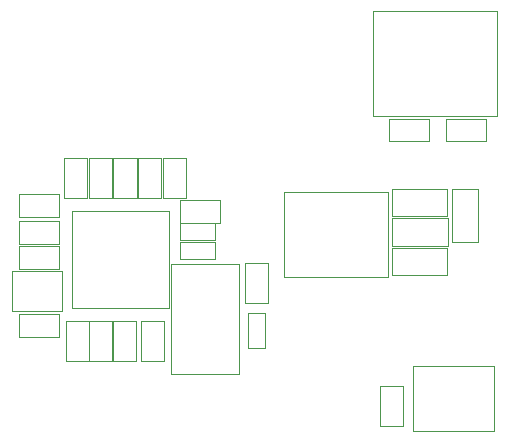
<source format=gbr>
%TF.GenerationSoftware,KiCad,Pcbnew,(6.0.7)*%
%TF.CreationDate,2022-09-06T16:20:22+10:00*%
%TF.ProjectId,SolderingInduction,536f6c64-6572-4696-9e67-496e64756374,3.0.0*%
%TF.SameCoordinates,PX7735940PY47868c0*%
%TF.FileFunction,Other,User*%
%FSLAX46Y46*%
G04 Gerber Fmt 4.6, Leading zero omitted, Abs format (unit mm)*
G04 Created by KiCad (PCBNEW (6.0.7)) date 2022-09-06 16:20:22*
%MOMM*%
%LPD*%
G01*
G04 APERTURE LIST*
%ADD10C,0.050000*%
G04 APERTURE END LIST*
D10*
%TO.C,C7*%
X10520000Y-300000D02*
X10520000Y-3700000D01*
X10520000Y-3700000D02*
X12480000Y-3700000D01*
X12480000Y-300000D02*
X10520000Y-300000D01*
X12480000Y-3700000D02*
X12480000Y-300000D01*
%TO.C,R3*%
X8030000Y1480000D02*
X5070000Y1480000D01*
X5070000Y1480000D02*
X5070000Y20000D01*
X5070000Y20000D02*
X8030000Y20000D01*
X8030000Y20000D02*
X8030000Y1480000D01*
%TO.C,D2*%
X23030000Y1170000D02*
X23030000Y3470000D01*
X23030000Y1170000D02*
X27730000Y1170000D01*
X27730000Y3470000D02*
X23030000Y3470000D01*
X27730000Y1170000D02*
X27730000Y3470000D01*
%TO.C,U1*%
X22690000Y-1480000D02*
X13890000Y-1480000D01*
X22690000Y5720000D02*
X22690000Y-1480000D01*
X13890000Y-1480000D02*
X13890000Y5720000D01*
X13890000Y5720000D02*
X22690000Y5720000D01*
%TO.C,R2*%
X5070000Y1620000D02*
X8030000Y1620000D01*
X8030000Y1620000D02*
X8030000Y3080000D01*
X5070000Y3080000D02*
X5070000Y1620000D01*
X8030000Y3080000D02*
X5070000Y3080000D01*
%TO.C,U3*%
X4300001Y-9682167D02*
X4300001Y-382167D01*
X10020001Y-382167D02*
X10020001Y-9682167D01*
X4300001Y-382167D02*
X10020001Y-382167D01*
X10020001Y-9682167D02*
X4300001Y-9682167D01*
%TO.C,C14*%
X-2639812Y-8632082D02*
X-679812Y-8632082D01*
X-679812Y-5232082D02*
X-2639812Y-5232082D01*
X-679812Y-8632082D02*
X-679812Y-5232082D01*
X-2639812Y-5232082D02*
X-2639812Y-8632082D01*
%TO.C,C18*%
X-659913Y-8632082D02*
X1300087Y-8632082D01*
X1300087Y-5232082D02*
X-659913Y-5232082D01*
X-659913Y-5232082D02*
X-659913Y-8632082D01*
X1300087Y-8632082D02*
X1300087Y-5232082D01*
%TO.C,LED1*%
X24750000Y-14550000D02*
X24750000Y-9050000D01*
X31650000Y-14550000D02*
X24750000Y-14550000D01*
X31650000Y-9050000D02*
X31650000Y-14550000D01*
X24750000Y-9050000D02*
X31650000Y-9050000D01*
%TO.C,C11*%
X-2680000Y5200000D02*
X-720000Y5200000D01*
X-720000Y8600000D02*
X-2680000Y8600000D01*
X-2680000Y8600000D02*
X-2680000Y5200000D01*
X-720000Y5200000D02*
X-720000Y8600000D01*
%TO.C,C15*%
X-2820000Y5200000D02*
X-2820000Y8600000D01*
X-2820000Y8600000D02*
X-4780000Y8600000D01*
X-4780000Y5200000D02*
X-2820000Y5200000D01*
X-4780000Y8600000D02*
X-4780000Y5200000D01*
%TO.C,C6*%
X-5200000Y1140000D02*
X-8600000Y1140000D01*
X-5200000Y-820000D02*
X-5200000Y1140000D01*
X-8600000Y-820000D02*
X-5200000Y-820000D01*
X-8600000Y1140000D02*
X-8600000Y-820000D01*
%TO.C,Y1*%
X-4933823Y-989441D02*
X-4933823Y-4389441D01*
X-4933823Y-4389441D02*
X-9133823Y-4389441D01*
X-9133823Y-989441D02*
X-4933823Y-989441D01*
X-9133823Y-4389441D02*
X-9133823Y-989441D01*
%TO.C,C5*%
X-8600000Y-4620000D02*
X-8600000Y-6580000D01*
X-5200000Y-4620000D02*
X-8600000Y-4620000D01*
X-8600000Y-6580000D02*
X-5200000Y-6580000D01*
X-5200000Y-6580000D02*
X-5200000Y-4620000D01*
%TO.C,C9*%
X5060003Y5047833D02*
X5060003Y3087833D01*
X8460003Y5047833D02*
X5060003Y5047833D01*
X5060003Y3087833D02*
X8460003Y3087833D01*
X8460003Y3087833D02*
X8460003Y5047833D01*
%TO.C,R6*%
X10770000Y-4520000D02*
X10770000Y-7480000D01*
X12230000Y-4520000D02*
X10770000Y-4520000D01*
X10770000Y-7480000D02*
X12230000Y-7480000D01*
X12230000Y-7480000D02*
X12230000Y-4520000D01*
%TO.C,C3*%
X23030000Y-1350000D02*
X27630000Y-1350000D01*
X27630000Y-1350000D02*
X27630000Y950000D01*
X27630000Y950000D02*
X23030000Y950000D01*
X23030000Y950000D02*
X23030000Y-1350000D01*
%TO.C,C2*%
X27619999Y3630000D02*
X27619999Y5930000D01*
X23019999Y5930000D02*
X23019999Y3630000D01*
X27619999Y5930000D02*
X23019999Y5930000D01*
X23019999Y3630000D02*
X27619999Y3630000D01*
%TO.C,R5*%
X22780000Y11920000D02*
X22780000Y10020000D01*
X26140000Y10020000D02*
X26140000Y11920000D01*
X22780000Y10020000D02*
X26140000Y10020000D01*
X26140000Y11920000D02*
X22780000Y11920000D01*
%TO.C,C17*%
X-5192402Y3543048D02*
X-5192402Y5503048D01*
X-5192402Y5503048D02*
X-8592402Y5503048D01*
X-8592402Y5503048D02*
X-8592402Y3543048D01*
X-8592402Y3543048D02*
X-5192402Y3543048D01*
%TO.C,C1*%
X23970000Y-10750000D02*
X22010000Y-10750000D01*
X23970000Y-14150000D02*
X23970000Y-10750000D01*
X22010000Y-10750000D02*
X22010000Y-14150000D01*
X22010000Y-14150000D02*
X23970000Y-14150000D01*
%TO.C,C10*%
X-5192402Y1280306D02*
X-5192402Y3240306D01*
X-8592402Y1280306D02*
X-5192402Y1280306D01*
X-5192402Y3240306D02*
X-8592402Y3240306D01*
X-8592402Y3240306D02*
X-8592402Y1280306D01*
%TO.C,U4*%
X-4120000Y4120000D02*
X4120000Y4120000D01*
X4120000Y4120000D02*
X4120000Y-4120000D01*
X-4120000Y-4120000D02*
X-4120000Y4120000D01*
X4120000Y-4120000D02*
X-4120000Y-4120000D01*
%TO.C,J1*%
X21355000Y21040000D02*
X31895000Y21040000D01*
X21355000Y12110000D02*
X21355000Y21040000D01*
X31895000Y21040000D02*
X31895000Y12110000D01*
X31895000Y12110000D02*
X21355000Y12110000D01*
%TO.C,F1*%
X28070000Y1430000D02*
X30310000Y1430000D01*
X30310000Y1430000D02*
X30310000Y5990000D01*
X30310000Y5990000D02*
X28070000Y5990000D01*
X28070000Y5990000D02*
X28070000Y1430000D01*
%TO.C,R1*%
X30970000Y11920000D02*
X27610000Y11920000D01*
X27610000Y11920000D02*
X27610000Y10020000D01*
X30970000Y10020000D02*
X30970000Y11920000D01*
X27610000Y10020000D02*
X30970000Y10020000D01*
%TO.C,C12*%
X1380000Y8600000D02*
X-580000Y8600000D01*
X1380000Y5200000D02*
X1380000Y8600000D01*
X-580000Y5200000D02*
X1380000Y5200000D01*
X-580000Y8600000D02*
X-580000Y5200000D01*
%TO.C,C13*%
X1780003Y-5229685D02*
X1780003Y-8629685D01*
X3740003Y-5229685D02*
X1780003Y-5229685D01*
X1780003Y-8629685D02*
X3740003Y-8629685D01*
X3740003Y-8629685D02*
X3740003Y-5229685D01*
%TO.C,C16*%
X-4619711Y-8632082D02*
X-2659711Y-8632082D01*
X-4619711Y-5232082D02*
X-4619711Y-8632082D01*
X-2659711Y-8632082D02*
X-2659711Y-5232082D01*
X-2659711Y-5232082D02*
X-4619711Y-5232082D01*
%TO.C,C4*%
X3480000Y8600000D02*
X1520000Y8600000D01*
X3480000Y5200000D02*
X3480000Y8600000D01*
X1520000Y8600000D02*
X1520000Y5200000D01*
X1520000Y5200000D02*
X3480000Y5200000D01*
%TO.C,C8*%
X3620000Y8600000D02*
X3620000Y5200000D01*
X5580000Y5200000D02*
X5580000Y8600000D01*
X3620000Y5200000D02*
X5580000Y5200000D01*
X5580000Y8600000D02*
X3620000Y8600000D01*
%TD*%
M02*

</source>
